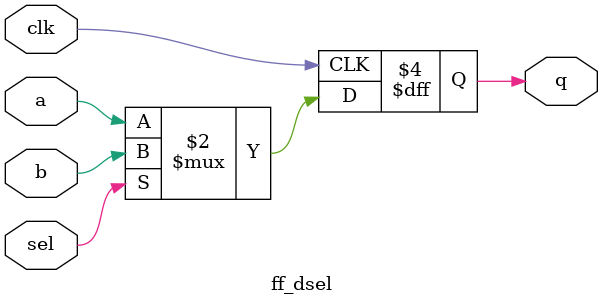
<source format=v>
/*
 * D-type FF
 * $Id$
 */

//`define REG_DELAY 4
`define REG_DELAY 0

module ff_dsel (q, a, b, sel, clk );
  input a, b, sel, clk;
  output q;
  reg q;

  initial q = #5 0;

  always @(posedge clk)
    q <= #(`REG_DELAY) sel ? b : a;

endmodule


</source>
